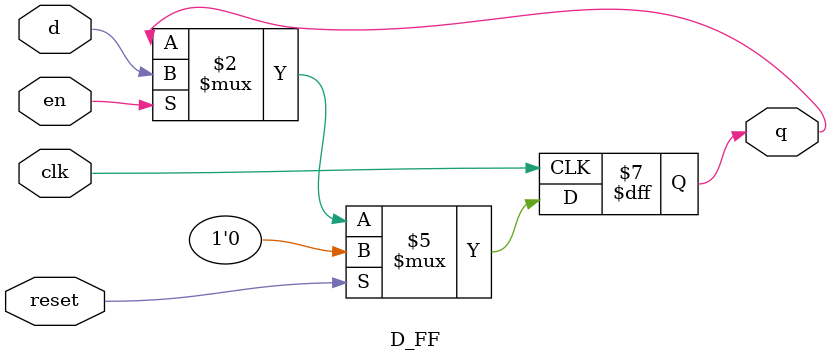
<source format=sv>
module D_FF (q, d, reset, clk, en);
	output reg q; 
	input d, reset, clk, en;
	
	always_ff @(posedge clk) 
		if (reset) 
			q <= 0; // On reset, set to 0 
		else if (en)
			q <= d; // Otherwise in enabled, out = d 
endmodule 
</source>
